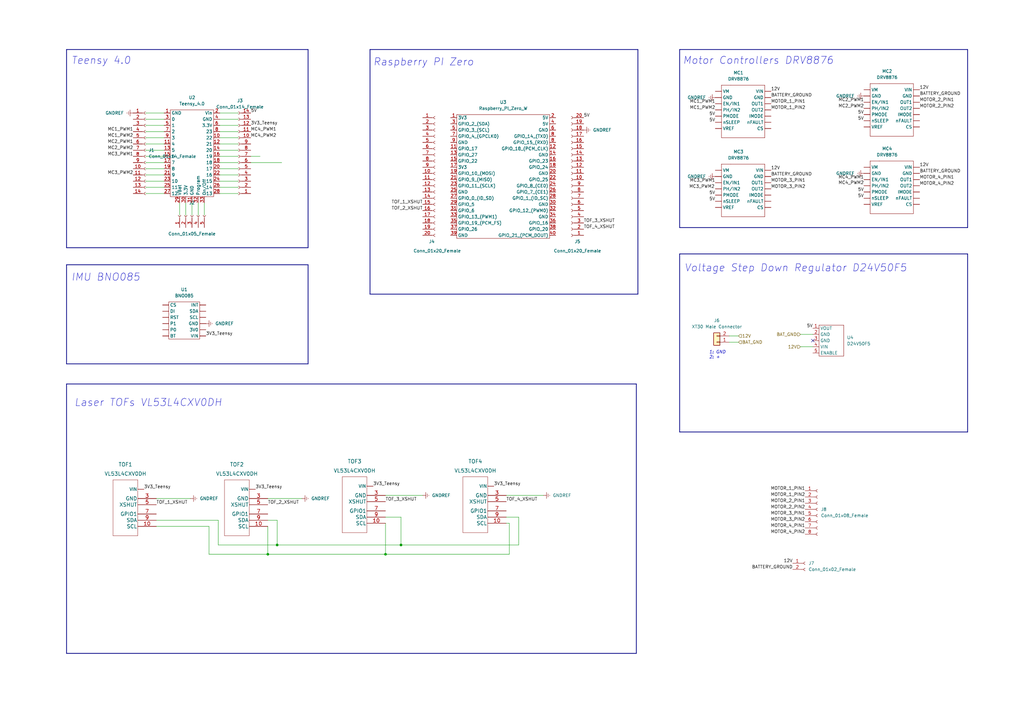
<source format=kicad_sch>
(kicad_sch (version 20211123) (generator eeschema)
  (paper "A3")
  (lib_symbols
    (symbol "Connector:Conn_01x02_Female" (pin_names (offset 1.016) hide)
      (property "Reference" "J" (at 0 2.54 0))
      (property "Value" "Conn_01x02_Female" (at 0 -5.08 0))
      (symbol "Conn_01x02_Female_1_1"
        (arc (start 0 -2.032) (mid -0.508 -2.54) (end 0 -3.048) (stroke (width 0.1524)))
        (polyline (pts (xy -1.27 -2.54) (xy -0.508 -2.54)) (stroke (width 0.1524)))
        (polyline (pts (xy -1.27 0) (xy -0.508 0)) (stroke (width 0.1524)))
        (arc (start 0 0.508) (mid -0.508 0) (end 0 -0.508) (stroke (width 0.1524)))
        (pin passive line (at -5.08 0 0) (length 3.81) (name "Pin_1") (number "1"))
        (pin passive line (at -5.08 -2.54 0) (length 3.81) (name "Pin_2") (number "2"))
      )
    )
    (symbol "Connector:Conn_01x05_Female" (pin_names (offset 1.016) hide)
      (property "Reference" "J" (at 0 7.62 0))
      (property "Value" "Conn_01x05_Female" (at 0 -7.62 0))
      (symbol "Conn_01x05_Female_1_1"
        (arc (start 0 -4.572) (mid -0.508 -5.08) (end 0 -5.588) (stroke (width 0.1524)))
        (arc (start 0 -2.032) (mid -0.508 -2.54) (end 0 -3.048) (stroke (width 0.1524)))
        (polyline (pts (xy -1.27 -5.08) (xy -0.508 -5.08)) (stroke (width 0.1524)))
        (polyline (pts (xy -1.27 -2.54) (xy -0.508 -2.54)) (stroke (width 0.1524)))
        (polyline (pts (xy -1.27 0) (xy -0.508 0)) (stroke (width 0.1524)))
        (polyline (pts (xy -1.27 2.54) (xy -0.508 2.54)) (stroke (width 0.1524)))
        (polyline (pts (xy -1.27 5.08) (xy -0.508 5.08)) (stroke (width 0.1524)))
        (arc (start 0 0.508) (mid -0.508 0) (end 0 -0.508) (stroke (width 0.1524)))
        (arc (start 0 3.048) (mid -0.508 2.54) (end 0 2.032) (stroke (width 0.1524)))
        (arc (start 0 5.588) (mid -0.508 5.08) (end 0 4.572) (stroke (width 0.1524)))
        (pin passive line (at -5.08 5.08 0) (length 3.81) (name "Pin_1") (number "1"))
        (pin passive line (at -5.08 2.54 0) (length 3.81) (name "Pin_2") (number "2"))
        (pin passive line (at -5.08 0 0) (length 3.81) (name "Pin_3") (number "3"))
        (pin passive line (at -5.08 -2.54 0) (length 3.81) (name "Pin_4") (number "4"))
        (pin passive line (at -5.08 -5.08 0) (length 3.81) (name "Pin_5") (number "5"))
      )
    )
    (symbol "Connector:Conn_01x08_Female" (pin_names (offset 1.016) hide)
      (property "Reference" "J" (at 0 10.16 0))
      (property "Value" "Conn_01x08_Female" (at 0 -12.7 0))
      (symbol "Conn_01x08_Female_1_1"
        (arc (start 0 -9.652) (mid -0.508 -10.16) (end 0 -10.668) (stroke (width 0.1524)))
        (arc (start 0 -7.112) (mid -0.508 -7.62) (end 0 -8.128) (stroke (width 0.1524)))
        (arc (start 0 -4.572) (mid -0.508 -5.08) (end 0 -5.588) (stroke (width 0.1524)))
        (arc (start 0 -2.032) (mid -0.508 -2.54) (end 0 -3.048) (stroke (width 0.1524)))
        (polyline (pts (xy -1.27 -10.16) (xy -0.508 -10.16)) (stroke (width 0.1524)))
        (polyline (pts (xy -1.27 -7.62) (xy -0.508 -7.62)) (stroke (width 0.1524)))
        (polyline (pts (xy -1.27 -5.08) (xy -0.508 -5.08)) (stroke (width 0.1524)))
        (polyline (pts (xy -1.27 -2.54) (xy -0.508 -2.54)) (stroke (width 0.1524)))
        (polyline (pts (xy -1.27 0) (xy -0.508 0)) (stroke (width 0.1524)))
        (polyline (pts (xy -1.27 2.54) (xy -0.508 2.54)) (stroke (width 0.1524)))
        (polyline (pts (xy -1.27 5.08) (xy -0.508 5.08)) (stroke (width 0.1524)))
        (polyline (pts (xy -1.27 7.62) (xy -0.508 7.62)) (stroke (width 0.1524)))
        (arc (start 0 0.508) (mid -0.508 0) (end 0 -0.508) (stroke (width 0.1524)))
        (arc (start 0 3.048) (mid -0.508 2.54) (end 0 2.032) (stroke (width 0.1524)))
        (arc (start 0 5.588) (mid -0.508 5.08) (end 0 4.572) (stroke (width 0.1524)))
        (arc (start 0 8.128) (mid -0.508 7.62) (end 0 7.112) (stroke (width 0.1524)))
        (pin passive line (at -5.08 7.62 0) (length 3.81) (name "Pin_1") (number "1"))
        (pin passive line (at -5.08 5.08 0) (length 3.81) (name "Pin_2") (number "2"))
        (pin passive line (at -5.08 2.54 0) (length 3.81) (name "Pin_3") (number "3"))
        (pin passive line (at -5.08 0 0) (length 3.81) (name "Pin_4") (number "4"))
        (pin passive line (at -5.08 -2.54 0) (length 3.81) (name "Pin_5") (number "5"))
        (pin passive line (at -5.08 -5.08 0) (length 3.81) (name "Pin_6") (number "6"))
        (pin passive line (at -5.08 -7.62 0) (length 3.81) (name "Pin_7") (number "7"))
        (pin passive line (at -5.08 -10.16 0) (length 3.81) (name "Pin_8") (number "8"))
      )
    )
    (symbol "Connector:Conn_01x14_Female" (pin_names (offset 1.016) hide)
      (property "Reference" "J" (at 0 17.78 0))
      (property "Value" "Conn_01x14_Female" (at 0 -20.32 0))
      (symbol "Conn_01x14_Female_1_1"
        (arc (start 0 -17.272) (mid -0.508 -17.78) (end 0 -18.288) (stroke (width 0.1524)))
        (arc (start 0 -14.732) (mid -0.508 -15.24) (end 0 -15.748) (stroke (width 0.1524)))
        (arc (start 0 -12.192) (mid -0.508 -12.7) (end 0 -13.208) (stroke (width 0.1524)))
        (arc (start 0 -9.652) (mid -0.508 -10.16) (end 0 -10.668) (stroke (width 0.1524)))
        (arc (start 0 -7.112) (mid -0.508 -7.62) (end 0 -8.128) (stroke (width 0.1524)))
        (arc (start 0 -4.572) (mid -0.508 -5.08) (end 0 -5.588) (stroke (width 0.1524)))
        (arc (start 0 -2.032) (mid -0.508 -2.54) (end 0 -3.048) (stroke (width 0.1524)))
        (polyline (pts (xy -1.27 -17.78) (xy -0.508 -17.78)) (stroke (width 0.1524)))
        (polyline (pts (xy -1.27 -15.24) (xy -0.508 -15.24)) (stroke (width 0.1524)))
        (polyline (pts (xy -1.27 -12.7) (xy -0.508 -12.7)) (stroke (width 0.1524)))
        (polyline (pts (xy -1.27 -10.16) (xy -0.508 -10.16)) (stroke (width 0.1524)))
        (polyline (pts (xy -1.27 -7.62) (xy -0.508 -7.62)) (stroke (width 0.1524)))
        (polyline (pts (xy -1.27 -5.08) (xy -0.508 -5.08)) (stroke (width 0.1524)))
        (polyline (pts (xy -1.27 -2.54) (xy -0.508 -2.54)) (stroke (width 0.1524)))
        (polyline (pts (xy -1.27 0) (xy -0.508 0)) (stroke (width 0.1524)))
        (polyline (pts (xy -1.27 2.54) (xy -0.508 2.54)) (stroke (width 0.1524)))
        (polyline (pts (xy -1.27 5.08) (xy -0.508 5.08)) (stroke (width 0.1524)))
        (polyline (pts (xy -1.27 7.62) (xy -0.508 7.62)) (stroke (width 0.1524)))
        (polyline (pts (xy -1.27 10.16) (xy -0.508 10.16)) (stroke (width 0.1524)))
        (polyline (pts (xy -1.27 12.7) (xy -0.508 12.7)) (stroke (width 0.1524)))
        (polyline (pts (xy -1.27 15.24) (xy -0.508 15.24)) (stroke (width 0.1524)))
        (arc (start 0 0.508) (mid -0.508 0) (end 0 -0.508) (stroke (width 0.1524)))
        (arc (start 0 3.048) (mid -0.508 2.54) (end 0 2.032) (stroke (width 0.1524)))
        (arc (start 0 5.588) (mid -0.508 5.08) (end 0 4.572) (stroke (width 0.1524)))
        (arc (start 0 8.128) (mid -0.508 7.62) (end 0 7.112) (stroke (width 0.1524)))
        (arc (start 0 10.668) (mid -0.508 10.16) (end 0 9.652) (stroke (width 0.1524)))
        (arc (start 0 13.208) (mid -0.508 12.7) (end 0 12.192) (stroke (width 0.1524)))
        (arc (start 0 15.748) (mid -0.508 15.24) (end 0 14.732) (stroke (width 0.1524)))
        (pin passive line (at -5.08 15.24 0) (length 3.81) (name "Pin_1") (number "1"))
        (pin passive line (at -5.08 -7.62 0) (length 3.81) (name "Pin_10") (number "10"))
        (pin passive line (at -5.08 -10.16 0) (length 3.81) (name "Pin_11") (number "11"))
        (pin passive line (at -5.08 -12.7 0) (length 3.81) (name "Pin_12") (number "12"))
        (pin passive line (at -5.08 -15.24 0) (length 3.81) (name "Pin_13") (number "13"))
        (pin passive line (at -5.08 -17.78 0) (length 3.81) (name "Pin_14") (number "14"))
        (pin passive line (at -5.08 12.7 0) (length 3.81) (name "Pin_2") (number "2"))
        (pin passive line (at -5.08 10.16 0) (length 3.81) (name "Pin_3") (number "3"))
        (pin passive line (at -5.08 7.62 0) (length 3.81) (name "Pin_4") (number "4"))
        (pin passive line (at -5.08 5.08 0) (length 3.81) (name "Pin_5") (number "5"))
        (pin passive line (at -5.08 2.54 0) (length 3.81) (name "Pin_6") (number "6"))
        (pin passive line (at -5.08 0 0) (length 3.81) (name "Pin_7") (number "7"))
        (pin passive line (at -5.08 -2.54 0) (length 3.81) (name "Pin_8") (number "8"))
        (pin passive line (at -5.08 -5.08 0) (length 3.81) (name "Pin_9") (number "9"))
      )
    )
    (symbol "Connector:Conn_01x20_Female" (pin_names (offset 1.016) hide)
      (property "Reference" "J" (at 0 25.4 0))
      (property "Value" "Conn_01x20_Female" (at 0 -27.94 0))
      (symbol "Conn_01x20_Female_1_1"
        (arc (start 0 -24.892) (mid -0.508 -25.4) (end 0 -25.908) (stroke (width 0.1524)))
        (arc (start 0 -22.352) (mid -0.508 -22.86) (end 0 -23.368) (stroke (width 0.1524)))
        (arc (start 0 -19.812) (mid -0.508 -20.32) (end 0 -20.828) (stroke (width 0.1524)))
        (arc (start 0 -17.272) (mid -0.508 -17.78) (end 0 -18.288) (stroke (width 0.1524)))
        (arc (start 0 -14.732) (mid -0.508 -15.24) (end 0 -15.748) (stroke (width 0.1524)))
        (arc (start 0 -12.192) (mid -0.508 -12.7) (end 0 -13.208) (stroke (width 0.1524)))
        (arc (start 0 -9.652) (mid -0.508 -10.16) (end 0 -10.668) (stroke (width 0.1524)))
        (arc (start 0 -7.112) (mid -0.508 -7.62) (end 0 -8.128) (stroke (width 0.1524)))
        (arc (start 0 -4.572) (mid -0.508 -5.08) (end 0 -5.588) (stroke (width 0.1524)))
        (arc (start 0 -2.032) (mid -0.508 -2.54) (end 0 -3.048) (stroke (width 0.1524)))
        (polyline (pts (xy -1.27 -25.4) (xy -0.508 -25.4)) (stroke (width 0.1524)))
        (polyline (pts (xy -1.27 -22.86) (xy -0.508 -22.86)) (stroke (width 0.1524)))
        (polyline (pts (xy -1.27 -20.32) (xy -0.508 -20.32)) (stroke (width 0.1524)))
        (polyline (pts (xy -1.27 -17.78) (xy -0.508 -17.78)) (stroke (width 0.1524)))
        (polyline (pts (xy -1.27 -15.24) (xy -0.508 -15.24)) (stroke (width 0.1524)))
        (polyline (pts (xy -1.27 -12.7) (xy -0.508 -12.7)) (stroke (width 0.1524)))
        (polyline (pts (xy -1.27 -10.16) (xy -0.508 -10.16)) (stroke (width 0.1524)))
        (polyline (pts (xy -1.27 -7.62) (xy -0.508 -7.62)) (stroke (width 0.1524)))
        (polyline (pts (xy -1.27 -5.08) (xy -0.508 -5.08)) (stroke (width 0.1524)))
        (polyline (pts (xy -1.27 -2.54) (xy -0.508 -2.54)) (stroke (width 0.1524)))
        (polyline (pts (xy -1.27 0) (xy -0.508 0)) (stroke (width 0.1524)))
        (polyline (pts (xy -1.27 2.54) (xy -0.508 2.54)) (stroke (width 0.1524)))
        (polyline (pts (xy -1.27 5.08) (xy -0.508 5.08)) (stroke (width 0.1524)))
        (polyline (pts (xy -1.27 7.62) (xy -0.508 7.62)) (stroke (width 0.1524)))
        (polyline (pts (xy -1.27 10.16) (xy -0.508 10.16)) (stroke (width 0.1524)))
        (polyline (pts (xy -1.27 12.7) (xy -0.508 12.7)) (stroke (width 0.1524)))
        (polyline (pts (xy -1.27 15.24) (xy -0.508 15.24)) (stroke (width 0.1524)))
        (polyline (pts (xy -1.27 17.78) (xy -0.508 17.78)) (stroke (width 0.1524)))
        (polyline (pts (xy -1.27 20.32) (xy -0.508 20.32)) (stroke (width 0.1524)))
        (polyline (pts (xy -1.27 22.86) (xy -0.508 22.86)) (stroke (width 0.1524)))
        (arc (start 0 0.508) (mid -0.508 0) (end 0 -0.508) (stroke (width 0.1524)))
        (arc (start 0 3.048) (mid -0.508 2.54) (end 0 2.032) (stroke (width 0.1524)))
        (arc (start 0 5.588) (mid -0.508 5.08) (end 0 4.572) (stroke (width 0.1524)))
        (arc (start 0 8.128) (mid -0.508 7.62) (end 0 7.112) (stroke (width 0.1524)))
        (arc (start 0 10.668) (mid -0.508 10.16) (end 0 9.652) (stroke (width 0.1524)))
        (arc (start 0 13.208) (mid -0.508 12.7) (end 0 12.192) (stroke (width 0.1524)))
        (arc (start 0 15.748) (mid -0.508 15.24) (end 0 14.732) (stroke (width 0.1524)))
        (arc (start 0 18.288) (mid -0.508 17.78) (end 0 17.272) (stroke (width 0.1524)))
        (arc (start 0 20.828) (mid -0.508 20.32) (end 0 19.812) (stroke (width 0.1524)))
        (arc (start 0 23.368) (mid -0.508 22.86) (end 0 22.352) (stroke (width 0.1524)))
        (pin passive line (at -5.08 22.86 0) (length 3.81) (name "Pin_1") (number "1"))
        (pin passive line (at -5.08 0 0) (length 3.81) (name "Pin_10") (number "10"))
        (pin passive line (at -5.08 -2.54 0) (length 3.81) (name "Pin_11") (number "11"))
        (pin passive line (at -5.08 -5.08 0) (length 3.81) (name "Pin_12") (number "12"))
        (pin passive line (at -5.08 -7.62 0) (length 3.81) (name "Pin_13") (number "13"))
        (pin passive line (at -5.08 -10.16 0) (length 3.81) (name "Pin_14") (number "14"))
        (pin passive line (at -5.08 -12.7 0) (length 3.81) (name "Pin_15") (number "15"))
        (pin passive line (at -5.08 -15.24 0) (length 3.81) (name "Pin_16") (number "16"))
        (pin passive line (at -5.08 -17.78 0) (length 3.81) (name "Pin_17") (number "17"))
        (pin passive line (at -5.08 -20.32 0) (length 3.81) (name "Pin_18") (number "18"))
        (pin passive line (at -5.08 -22.86 0) (length 3.81) (name "Pin_19") (number "19"))
        (pin passive line (at -5.08 20.32 0) (length 3.81) (name "Pin_2") (number "2"))
        (pin passive line (at -5.08 -25.4 0) (length 3.81) (name "Pin_20") (number "20"))
        (pin passive line (at -5.08 17.78 0) (length 3.81) (name "Pin_3") (number "3"))
        (pin passive line (at -5.08 15.24 0) (length 3.81) (name "Pin_4") (number "4"))
        (pin passive line (at -5.08 12.7 0) (length 3.81) (name "Pin_5") (number "5"))
        (pin passive line (at -5.08 10.16 0) (length 3.81) (name "Pin_6") (number "6"))
        (pin passive line (at -5.08 7.62 0) (length 3.81) (name "Pin_7") (number "7"))
        (pin passive line (at -5.08 5.08 0) (length 3.81) (name "Pin_8") (number "8"))
        (pin passive line (at -5.08 2.54 0) (length 3.81) (name "Pin_9") (number "9"))
      )
    )
    (symbol "Connector_Generic:Conn_01x02" (pin_names (offset 1.016) hide)
      (property "Reference" "J" (at 0 2.54 0))
      (property "Value" "Conn_01x02" (at 0 -5.08 0))
      (symbol "Conn_01x02_1_1"
        (rectangle (start -1.27 -2.413) (end 0 -2.667) (stroke (width 0.1524)))
        (rectangle (start -1.27 0.127) (end 0 -0.127) (stroke (width 0.1524)))
        (rectangle (start -1.27 1.27) (end 1.27 -3.81) (stroke (width 0.254)) (fill (type background)))
        (pin passive line (at -5.08 0 0) (length 3.81) (name "Pin_1") (number "1"))
        (pin passive line (at -5.08 -2.54 0) (length 3.81) (name "Pin_2") (number "2"))
      )
    )
    (symbol "board1_libs:BNO085"
      (property "Reference" "U" (at 0 2.54 0))
      (property "Value" "BNO085" (at 0 0 0))
      (symbol "BNO085_0_1"
        (rectangle (start -6.35 -1.27) (end 6.35 -16.51))
      )
      (symbol "BNO085_1_1"
        (pin input line (at 8.89 -12.7 180) (length 2.54) (name "3V0") (number ""))
        (pin input line (at -8.89 -15.24 0) (length 2.54) (name "BT") (number ""))
        (pin input line (at -8.89 -2.54 0) (length 2.54) (name "CS") (number ""))
        (pin input line (at -8.89 -5.08 0) (length 2.54) (name "DI") (number ""))
        (pin input line (at 8.89 -10.16 180) (length 2.54) (name "GND") (number ""))
        (pin input line (at 8.89 -2.54 180) (length 2.54) (name "INT") (number ""))
        (pin input line (at -8.89 -12.7 0) (length 2.54) (name "P0") (number ""))
        (pin input line (at -8.89 -10.16 0) (length 2.54) (name "P1") (number ""))
        (pin input line (at -8.89 -7.62 0) (length 2.54) (name "RST") (number ""))
        (pin bidirectional line (at 8.89 -7.62 180) (length 2.54) (name "SCL") (number ""))
        (pin bidirectional line (at 8.89 -5.08 180) (length 2.54) (name "SDA") (number ""))
        (pin input line (at 8.89 -15.24 180) (length 2.54) (name "VIN") (number ""))
      )
    )
    (symbol "board1_libs:D24V50F5"
      (property "Reference" "U" (at 0 2.54 0))
      (property "Value" "D24V50F5" (at 0 5.08 0))
      (symbol "D24V50F5_0_1"
        (rectangle (start -5.08 1.27) (end 5.08 -11.43))
      )
      (symbol "D24V50F5_1_1"
        (pin output line (at -7.62 0 0) (length 2.54) (name "VOUT") (number "1"))
        (pin output line (at -7.62 -2.54 0) (length 2.54) (name "GND") (number "2"))
        (pin output line (at -7.62 -5.08 0) (length 2.54) (name "GND") (number "3"))
        (pin input line (at -7.62 -7.62 0) (length 2.54) (name "VIN") (number "4"))
        (pin input line (at -7.62 -10.16 0) (length 2.54) (name "ENABLE") (number "5"))
      )
    )
    (symbol "board1_libs:DRV8876"
      (property "Reference" "U" (at -6.35 -3.81 0))
      (property "Value" "DRV8876" (at -6.35 -6.35 0))
      (symbol "DRV8876_0_1"
        (rectangle (start -19.05 -16.51) (end -19.05 -16.51))
        (rectangle (start -15.24 -8.89) (end -15.24 -8.89))
        (rectangle (start -15.24 -8.89) (end 2.54 -30.48))
        (rectangle (start -11.43 -17.78) (end -11.43 -17.78))
        (rectangle (start -11.43 -8.89) (end -11.43 -8.89))
      )
      (symbol "DRV8876_1_1"
        (pin input line (at 5.08 -26.67 180) (length 2.54) (name "CS") (number ""))
        (pin input line (at -17.78 -16.51 0) (length 2.54) (name "EN/IN1") (number ""))
        (pin power_out line (at -17.78 -13.97 0) (length 2.54) (name "GND") (number ""))
        (pin power_out line (at 5.08 -13.97 180) (length 2.54) (name "GND") (number ""))
        (pin input line (at 5.08 -21.59 180) (length 2.54) (name "IMODE") (number ""))
        (pin open_emitter line (at 5.08 -24.13 180) (length 2.54) (name "nFAULT") (number ""))
        (pin input line (at -17.78 -24.13 0) (length 2.54) (name "nSLEEP") (number ""))
        (pin output line (at 5.08 -16.51 180) (length 2.54) (name "OUT1") (number ""))
        (pin output line (at 5.08 -19.05 180) (length 2.54) (name "OUT2") (number ""))
        (pin input line (at -17.78 -19.05 0) (length 2.54) (name "PH/IN2") (number ""))
        (pin input line (at -17.78 -21.59 0) (length 2.54) (name "PMODE") (number ""))
        (pin power_in line (at 5.08 -11.43 180) (length 2.54) (name "VIN") (number ""))
        (pin power_in line (at -17.78 -11.43 0) (length 2.54) (name "VM") (number ""))
        (pin input line (at -17.78 -26.67 0) (length 2.54) (name "VREF") (number ""))
      )
    )
    (symbol "board1_libs:Raspberry_PI_Zero_W"
      (property "Reference" "U" (at 0 0 0))
      (property "Value" "Raspberry_PI_Zero_W" (at 0 1.27 0))
      (symbol "Raspberry_PI_Zero_W_0_1"
        (rectangle (start -19.05 -1.27) (end 19.05 -52.07))
      )
      (symbol "Raspberry_PI_Zero_W_1_1"
        (pin input line (at -21.59 -2.54 0) (length 2.54) (name "3V3") (number "1"))
        (pin input line (at -21.59 -15.24 0) (length 2.54) (name "GPIO_17") (number "11"))
        (pin input line (at 21.59 -15.24 180) (length 2.54) (name "GPIO_18_(PCM_CLK)") (number "12"))
        (pin input line (at -21.59 -17.78 0) (length 2.54) (name "GPIO_27") (number "13"))
        (pin input line (at 21.59 -17.78 180) (length 2.54) (name "GND") (number "14"))
        (pin input line (at -21.59 -20.32 0) (length 2.54) (name "GPIO_22") (number "15"))
        (pin input line (at 21.59 -20.32 180) (length 2.54) (name "GPIO_23") (number "16"))
        (pin input line (at -21.59 -22.86 0) (length 2.54) (name "3V3") (number "17"))
        (pin input line (at 21.59 -22.86 180) (length 2.54) (name "GPIO_24") (number "18"))
        (pin input line (at -21.59 -25.4 0) (length 2.54) (name "GPIO_10_(MOSI)") (number "19"))
        (pin input line (at 21.59 -2.54 180) (length 2.54) (name "5V") (number "2"))
        (pin input line (at 21.59 -25.4 180) (length 2.54) (name "GND") (number "20"))
        (pin input line (at -21.59 -27.94 0) (length 2.54) (name "GPIO_9_(MISO)") (number "21"))
        (pin input line (at 21.59 -27.94 180) (length 2.54) (name "GPIO_25") (number "22"))
        (pin input line (at -21.59 -30.48 0) (length 2.54) (name "GPIO_11_(SCLK)") (number "23"))
        (pin input line (at 21.59 -30.48 180) (length 2.54) (name "GPIO_8_(CE0)") (number "24"))
        (pin input line (at -21.59 -33.02 0) (length 2.54) (name "GND") (number "25"))
        (pin input line (at 21.59 -33.02 180) (length 2.54) (name "GPIO_7_(CE1)") (number "26"))
        (pin input line (at -21.59 -35.56 0) (length 2.54) (name "GPIO_0_(ID_SD)") (number "27"))
        (pin input line (at 21.59 -35.56 180) (length 2.54) (name "GPIO_1_(ID_SC)") (number "28"))
        (pin input line (at -21.59 -38.1 0) (length 2.54) (name "GPIO_5") (number "29"))
        (pin input line (at -21.59 -5.08 0) (length 2.54) (name "GPIO_2_(SDA)") (number "3"))
        (pin input line (at 21.59 -38.1 180) (length 2.54) (name "GND") (number "30"))
        (pin input line (at -21.59 -40.64 0) (length 2.54) (name "GPIO_6") (number "31"))
        (pin input line (at 21.59 -40.64 180) (length 2.54) (name "GPIO_12_(PWM0)") (number "32"))
        (pin input line (at -21.59 -43.18 0) (length 2.54) (name "GPIO_13_(PWM1)") (number "33"))
        (pin input line (at 21.59 -43.18 180) (length 2.54) (name "GND") (number "34"))
        (pin input line (at -21.59 -45.72 0) (length 2.54) (name "GPIO_19_(PCM_FS)") (number "35"))
        (pin input line (at 21.59 -45.72 180) (length 2.54) (name "GPIO_16") (number "36"))
        (pin input line (at -21.59 -48.26 0) (length 2.54) (name "GPIO_26") (number "37"))
        (pin input line (at 21.59 -48.26 180) (length 2.54) (name "GPIO_20") (number "38"))
        (pin input line (at -21.59 -50.8 0) (length 2.54) (name "GND") (number "39"))
        (pin input line (at 21.59 -5.08 180) (length 2.54) (name "5V") (number "4"))
        (pin input line (at 21.59 -50.8 180) (length 2.54) (name "GPIO_21_(PCM_DOUT)") (number "40"))
        (pin input line (at -21.59 -7.62 0) (length 2.54) (name "GPIO_3_(SCL)") (number "5"))
        (pin input line (at 21.59 -7.62 180) (length 2.54) (name "GND") (number "6"))
        (pin input line (at -21.59 -10.16 0) (length 2.54) (name "GPIO_4_(GPCLK0)") (number "7"))
        (pin input line (at 21.59 -10.16 180) (length 2.54) (name "GPIO_14_(TXD)") (number "8"))
        (pin input line (at 21.59 -12.7 180) (length 2.54) (name "GPIO_15_(RXD)") (number "8"))
        (pin input line (at -21.59 -12.7 0) (length 2.54) (name "GND") (number "9"))
      )
    )
    (symbol "board1_libs:Teensy_4.0"
      (property "Reference" "U" (at 0 0 0))
      (property "Value" "Teensy_4.0" (at 0 -1.27 0))
      (symbol "Teensy_4.0_0_1"
        (rectangle (start -8.89 -2.54) (end 8.89 -38.1))
      )
      (symbol "Teensy_4.0_1_0"
        (pin input line (at 11.43 -6.35 180) (length 2.54) (name "GND") (number "4"))
      )
      (symbol "Teensy_4.0_1_1"
        (pin input line (at -11.43 -3.81 0) (length 2.54) (name "GND") (number "1"))
        (pin input line (at 11.43 -13.97 180) (length 2.54) (name "22") (number "10"))
        (pin input line (at -11.43 -16.51 0) (length 2.54) (name "4") (number "11"))
        (pin input line (at 11.43 -16.51 180) (length 2.54) (name "21") (number "12"))
        (pin input line (at -11.43 -19.05 0) (length 2.54) (name "5") (number "13"))
        (pin input line (at 11.43 -19.05 180) (length 2.54) (name "20") (number "14"))
        (pin input line (at -11.43 -21.59 0) (length 2.54) (name "6") (number "15"))
        (pin input line (at 11.43 -21.59 180) (length 2.54) (name "19") (number "16"))
        (pin input line (at -11.43 -24.13 0) (length 2.54) (name "7") (number "17"))
        (pin input line (at 11.43 -24.13 180) (length 2.54) (name "18") (number "18"))
        (pin input line (at -11.43 -26.67 0) (length 2.54) (name "8") (number "19"))
        (pin input line (at 11.43 -3.81 180) (length 2.54) (name "Vin") (number "2"))
        (pin input line (at 11.43 -26.67 180) (length 2.54) (name "17") (number "20"))
        (pin input line (at -11.43 -29.21 0) (length 2.54) (name "9") (number "21"))
        (pin input line (at 11.43 -29.21 180) (length 2.54) (name "16") (number "22"))
        (pin input line (at -11.43 -31.75 0) (length 2.54) (name "10") (number "23"))
        (pin input line (at 11.43 -31.75 180) (length 2.54) (name "15") (number "24"))
        (pin input line (at -11.43 -34.29 0) (length 2.54) (name "11") (number "25"))
        (pin input line (at 11.43 -34.29 180) (length 2.54) (name "14") (number "26"))
        (pin input line (at -11.43 -36.83 0) (length 2.54) (name "12") (number "27"))
        (pin input line (at 11.43 -36.83 180) (length 2.54) (name "13") (number "28"))
        (pin input line (at -5.08 -40.64 90) (length 2.54) (name "VBat") (number "29"))
        (pin input line (at -11.43 -6.35 0) (length 2.54) (name "0") (number "3"))
        (pin input line (at -2.54 -40.64 90) (length 2.54) (name "3.3V") (number "30"))
        (pin input line (at 0 -40.64 90) (length 2.54) (name "GND") (number "31"))
        (pin input line (at 2.54 -40.64 90) (length 2.54) (name "Program") (number "32"))
        (pin input line (at 5.08 -40.64 90) (length 2.54) (name "On/Off") (number "33"))
        (pin input line (at -11.43 -8.89 0) (length 2.54) (name "1") (number "5"))
        (pin input line (at 11.43 -8.89 180) (length 2.54) (name "3.3V") (number "6"))
        (pin input line (at -11.43 -11.43 0) (length 2.54) (name "2") (number "7"))
        (pin input line (at 11.43 -11.43 180) (length 2.54) (name "23") (number "8"))
        (pin input line (at -11.43 -13.97 0) (length 2.54) (name "3") (number "9"))
      )
    )
    (symbol "board1_libs:VL53L4CXV0DH{slash}1" (pin_names (offset 0.254))
      (property "Reference" "U?" (at 39.37 12.7 0))
      (property "Value" "VL53L4CXV0DH/1" (at 40.64 10.16 0))
      (symbol "VL53L4CXV0DH{slash}1_1_1"
        (polyline (pts (xy 33.02 -17.78) (xy 43.18 -17.78)) (stroke (width 0.127)))
        (polyline (pts (xy 33.02 5.08) (xy 33.02 -17.78)) (stroke (width 0.127)))
        (polyline (pts (xy 43.18 -17.78) (xy 43.18 5.08)) (stroke (width 0.127)))
        (polyline (pts (xy 43.18 5.08) (xy 33.02 5.08)) (stroke (width 0.127)))
        (pin input line (at 45.72 1.27 180) (length 2.54) (name "VIN") (number ""))
        (pin unspecified line (at 50.8 -13.97 180) (length 7.62) (name "SCL") (number "10"))
        (pin power_in line (at 50.8 -2.54 180) (length 7.62) (name "GND") (number "3"))
        (pin unspecified line (at 50.8 -5.08 180) (length 7.62) (name "XSHUT") (number "5"))
        (pin unspecified line (at 50.8 -8.89 180) (length 7.62) (name "GPIO1") (number "7"))
        (pin unspecified line (at 50.8 -11.43 180) (length 7.62) (name "SDA") (number "9"))
      )
    )
    (symbol "power:GNDREF" (power) (pin_names (offset 0))
      (property "Value" "GNDREF" (at 0 -3.81 0))
      (symbol "GNDREF_0_1"
        (polyline (pts (xy -0.635 -1.905) (xy 0.635 -1.905)))
        (polyline (pts (xy -0.127 -2.54) (xy 0.127 -2.54)))
        (polyline (pts (xy 0 -1.27) (xy 0 0)))
        (polyline (pts (xy 1.27 -1.27) (xy -1.27 -1.27)))
      )
      (symbol "GNDREF_1_1"
        (pin power_in line (at 0 0 270) (length 0) hide (name "GNDREF") (number "1"))
      )
    )
  )
  (junction (at 164.465 223.52))
  (junction (at 109.855 227.33))
  (junction (at 113.665 223.52))
  (junction (at 158.115 227.33))
  (no_connect (at 333.375 139.7))
  (wire (pts (xy 164.465 223.52) (xy 164.465 212.09)))
  (wire (pts (xy 109.855 227.33) (xy 158.115 227.33)))
  (bus (pts (xy 278.765 20.32) (xy 278.765 93.345)))
  (wire (pts (xy 158.115 227.33) (xy 208.915 227.33)))
  (wire (pts (xy 102.87 64.135) (xy 106.68 64.135)))
  (bus (pts (xy 126.365 149.225) (xy 27.305 149.225)))
  (wire (pts (xy 64.135 213.36) (xy 89.535 213.36)))
  (wire (pts (xy 78.74 83.185) (xy 78.74 88.265)))
  (bus (pts (xy 126.365 101.6) (xy 27.305 101.6)))
  (wire (pts (xy 90.17 69.215) (xy 97.79 69.215)))
  (bus (pts (xy 278.765 104.14) (xy 278.765 177.165)))
  (wire (pts (xy 59.69 69.215) (xy 67.31 69.215)))
  (wire (pts (xy 158.115 227.33) (xy 158.115 214.63)))
  (wire (pts (xy 59.69 76.835) (xy 67.31 76.835)))
  (wire (pts (xy 89.535 223.52) (xy 113.665 223.52)))
  (bus (pts (xy 27.305 20.32) (xy 126.365 20.32)))
  (wire (pts (xy 59.69 74.295) (xy 67.31 74.295)))
  (wire (pts (xy 90.17 74.295) (xy 97.79 74.295)))
  (wire (pts (xy 90.17 53.975) (xy 97.79 53.975)))
  (bus (pts (xy 396.875 177.165) (xy 278.765 177.165)))
  (wire (pts (xy 90.17 66.675) (xy 97.79 66.675)))
  (wire (pts (xy 113.665 213.36) (xy 109.855 213.36)))
  (wire (pts (xy 90.17 51.435) (xy 97.79 51.435)))
  (bus (pts (xy 260.985 157.48) (xy 260.985 267.97)))
  (bus (pts (xy 278.765 104.14) (xy 396.875 104.14)))
  (wire (pts (xy 59.69 46.355) (xy 67.31 46.355)))
  (wire (pts (xy 85.725 215.9) (xy 85.725 227.33)))
  (wire (pts (xy 207.645 212.09) (xy 212.725 212.09)))
  (bus (pts (xy 151.765 120.65) (xy 151.765 20.32)))
  (bus (pts (xy 151.765 20.32) (xy 261.62 20.32)))
  (bus (pts (xy 261.62 120.65) (xy 151.765 120.65)))
  (wire (pts (xy 90.17 46.355) (xy 97.79 46.355)))
  (wire (pts (xy 64.135 204.47) (xy 78.105 204.47)))
  (wire (pts (xy 59.69 56.515) (xy 67.31 56.515)))
  (wire (pts (xy 90.17 59.055) (xy 97.79 59.055)))
  (wire (pts (xy 299.085 137.795) (xy 302.895 137.795)))
  (bus (pts (xy 27.305 108.585) (xy 27.305 149.225)))
  (wire (pts (xy 59.69 64.135) (xy 67.31 64.135)))
  (bus (pts (xy 260.985 267.97) (xy 27.305 267.97)))
  (wire (pts (xy 102.87 66.675) (xy 115.57 66.675)))
  (wire (pts (xy 328.295 137.16) (xy 333.375 137.16)))
  (wire (pts (xy 158.115 203.2) (xy 173.355 203.2)))
  (bus (pts (xy 396.875 20.32) (xy 396.875 93.345)))
  (wire (pts (xy 328.295 142.24) (xy 333.375 142.24)))
  (wire (pts (xy 208.915 227.33) (xy 208.915 214.63)))
  (wire (pts (xy 59.69 66.675) (xy 67.31 66.675)))
  (bus (pts (xy 396.875 104.14) (xy 396.875 177.165)))
  (wire (pts (xy 164.465 223.52) (xy 212.725 223.52)))
  (wire (pts (xy 90.17 76.835) (xy 97.79 76.835)))
  (wire (pts (xy 109.855 227.33) (xy 109.855 215.9)))
  (bus (pts (xy 126.365 20.32) (xy 126.365 101.6)))
  (bus (pts (xy 27.305 157.48) (xy 260.985 157.48)))
  (wire (pts (xy 90.17 48.895) (xy 97.79 48.895)))
  (wire (pts (xy 212.725 223.52) (xy 212.725 212.09)))
  (wire (pts (xy 89.535 213.36) (xy 89.535 223.52)))
  (wire (pts (xy 59.69 71.755) (xy 67.31 71.755)))
  (bus (pts (xy 261.62 20.32) (xy 261.62 120.65)))
  (wire (pts (xy 208.915 214.63) (xy 207.645 214.63)))
  (wire (pts (xy 59.69 53.975) (xy 67.31 53.975)))
  (wire (pts (xy 59.69 79.375) (xy 67.31 79.375)))
  (wire (pts (xy 59.69 61.595) (xy 67.31 61.595)))
  (bus (pts (xy 396.875 20.32) (xy 278.765 20.32)))
  (wire (pts (xy 90.17 56.515) (xy 97.79 56.515)))
  (bus (pts (xy 27.305 108.585) (xy 126.365 108.585)))
  (wire (pts (xy 76.2 83.185) (xy 76.2 88.265)))
  (wire (pts (xy 73.66 83.185) (xy 73.66 88.265)))
  (bus (pts (xy 27.305 157.48) (xy 27.305 267.97)))
  (wire (pts (xy 90.17 61.595) (xy 97.79 61.595)))
  (wire (pts (xy 299.085 140.335) (xy 302.895 140.335)))
  (bus (pts (xy 27.305 101.6) (xy 27.305 20.32)))
  (wire (pts (xy 113.665 223.52) (xy 164.465 223.52)))
  (wire (pts (xy 59.69 48.895) (xy 67.31 48.895)))
  (wire (pts (xy 109.855 204.47) (xy 123.825 204.47)))
  (bus (pts (xy 126.365 108.585) (xy 126.365 149.225)))
  (wire (pts (xy 85.725 227.33) (xy 109.855 227.33)))
  (wire (pts (xy 59.69 51.435) (xy 67.31 51.435)))
  (wire (pts (xy 64.135 215.9) (xy 85.725 215.9)))
  (wire (pts (xy 113.665 223.52) (xy 113.665 213.36)))
  (wire (pts (xy 164.465 212.09) (xy 158.115 212.09)))
  (wire (pts (xy 207.645 203.2) (xy 222.885 203.2)))
  (wire (pts (xy 90.17 79.375) (xy 97.79 79.375)))
  (bus (pts (xy 278.765 93.345) (xy 396.875 93.345)))
  (wire (pts (xy 90.17 64.135) (xy 97.79 64.135)))
  (wire (pts (xy 83.82 83.185) (xy 83.82 88.265)))
  (wire (pts (xy 90.17 71.755) (xy 97.79 71.755)))
  (wire (pts (xy 59.69 59.055) (xy 67.31 59.055)))
  (wire (pts (xy 81.28 83.185) (xy 81.28 88.265)))
  (text "Laser TOFs VL53L4CXV0DH" (at 30.48 167.005 0) (effects (font (size 3 3) italic) (justify left bottom)))
  (text "Teensy 4.0" (at 29.21 26.67 0) (effects (font (size 3 3) italic) (justify left bottom)))
  (text "1: GND\n2: +" (at 290.83 147.32 0) (effects (font (size 1.27 1.27) italic) (justify left bottom)))
  (text "Motor Controllers DRV8876" (at 280.035 26.67 0) (effects (font (size 3 3) italic) (justify left bottom)))
  (text "Raspberry PI Zero" (at 153.035 27.305 0) (effects (font (size 3 3) italic) (justify left bottom)))
  (text "IMU BNO085\n" (at 29.21 115.57 0) (effects (font (size 3 3) italic) (justify left bottom)))
  (text "Voltage Step Down Regulator D24V50F5" (at 280.67 111.76 0) (effects (font (size 3 3) italic) (justify left bottom)))
  (label "BATTERY_GROUND" (at 377.19 39.37 0))
  (label "MOTOR_1_PIN1" (at 316.23 42.545 0))
  (label "MC2_PWM1" (at 354.33 41.91 180))
  (label "12V" (at 316.23 37.465 0))
  (label "5V" (at 293.37 47.625 180))
  (label "TOF_1_XSHUT" (at 173.355 83.82 180))
  (label "12V" (at 316.23 69.85 0))
  (label "TOF_4_XSHUT" (at 239.395 93.98 0))
  (label "3V3_Teensy" (at 59.055 200.66 0))
  (label "MOTOR_4_PIN2" (at 330.2 219.075 180))
  (label "3V3_Teensy" (at 153.035 199.39 0))
  (label "MOTOR_2_PIN2" (at 330.2 208.915 180))
  (label "BATTERY_GROUND" (at 316.23 40.005 0))
  (label "MC3_PWM1" (at 293.37 74.93 180))
  (label "MOTOR_3_PIN2" (at 316.23 77.47 0))
  (label "3V3_Teensy" (at 104.775 200.66 0))
  (label "MOTOR_2_PIN1" (at 330.2 206.375 180))
  (label "5V" (at 293.37 82.55 180))
  (label "MOTOR_1_PIN2" (at 330.2 203.835 180))
  (label "5V" (at 354.33 78.74 180))
  (label "3V3_Teensy" (at 84.455 137.795 0))
  (label "5V" (at 354.33 46.99 180))
  (label "12V" (at 325.12 231.013 180))
  (label "BATTERY_GROUND" (at 377.19 71.12 0))
  (label "5V" (at 239.395 48.26 0))
  (label "3V3_Teensy" (at 202.565 199.39 0))
  (label "MOTOR_3_PIN1" (at 330.2 211.455 180))
  (label "5V" (at 354.33 81.28 180))
  (label "5V" (at 102.87 46.355 0))
  (label "MC4_PWM2" (at 102.87 56.515 0))
  (label "12V" (at 377.19 68.58 0))
  (label "5V" (at 333.375 134.62 180))
  (label "MOTOR_4_PIN1" (at 330.2 216.535 180))
  (label "MC1_PWM1" (at 54.61 53.975 180))
  (label "TOF_2_XSHUT" (at 173.355 86.36 180))
  (label "MC2_PWM1" (at 54.61 59.055 180))
  (label "TOF_1_XSHUT" (at 64.135 207.01 0))
  (label "5V" (at 293.37 50.165 180))
  (label "MC4_PWM1" (at 354.33 73.66 180))
  (label "12V" (at 377.19 36.83 0))
  (label "MOTOR_2_PIN1" (at 377.19 41.91 0))
  (label "MC2_PWM2" (at 54.61 61.595 180))
  (label "BATTERY_GROUND" (at 325.12 233.553 180))
  (label "MC1_PWM2" (at 293.37 45.085 180))
  (label "MOTOR_1_PIN1" (at 330.2 201.295 180))
  (label "MC3_PWM2" (at 293.116 77.47 180))
  (label "MC4_PWM2" (at 354.33 75.946 180))
  (label "MOTOR_4_PIN1" (at 377.19 73.66 0))
  (label "BATTERY_GROUND" (at 316.23 72.39 0))
  (label "MC3_PWM2" (at 54.61 71.755 180))
  (label "MC4_PWM1" (at 102.87 53.975 0))
  (label "MC3_PWM1" (at 54.61 64.135 180))
  (label "MOTOR_3_PIN1" (at 316.23 74.93 0))
  (label "TOF_2_XSHUT" (at 109.855 207.01 0))
  (label "TOF_3_XSHUT" (at 158.115 205.74 0))
  (label "MOTOR_4_PIN2" (at 377.19 76.2 0))
  (label "5V" (at 293.37 80.01 180))
  (label "MC1_PWM2" (at 54.61 56.515 180))
  (label "MC1_PWM1" (at 293.37 42.545 180))
  (label "MOTOR_1_PIN2" (at 316.23 45.085 0))
  (label "MC2_PWM2" (at 354.33 44.45 180))
  (label "TOF_4_XSHUT" (at 207.645 205.74 0))
  (label "3V3_Teensy" (at 102.87 51.435 0))
  (label "MOTOR_3_PIN2" (at 330.2 213.995 180))
  (label "TOF_3_XSHUT" (at 239.395 91.44 0))
  (label "MOTOR_2_PIN2" (at 377.19 44.45 0))
  (label "5V" (at 354.33 49.53 180))
  (hierarchical_label "12V" (shape input) (at 302.895 137.795 0))
  (hierarchical_label "BAT_GND" (shape input) (at 302.895 140.335 0))
  (hierarchical_label "12V" (shape input) (at 328.295 142.24 180))
  (hierarchical_label "BAT_GND" (shape input) (at 328.295 137.16 180))
  (symbol (lib_id "Connector:Conn_01x20_Female") (at 178.435 71.12 0) (unit 1)
    (property "Reference" "J4" (at 175.895 99.06 0) (effects (justify left)))
    (property "Value" "Conn_01x20_Female" (at 169.545 102.87 0) (effects (justify left)))
  )
  (symbol (lib_id "board1_libs:DRV8876") (at 372.11 25.4 0) (unit 1)
    (property "Reference" "MC2" (at 363.855 29.21 0))
    (property "Value" "DRV8876" (at 363.855 31.75 0))
  )
  (symbol (lib_id "power:GNDREF") (at 173.355 203.2 90) (unit 1)
    (property "Reference" "#PWR0106" (effects hide))
    (property "Value" "GNDREF" (at 177.165 203.1999 90) (effects (justify right)))
  )
  (symbol (lib_id "board1_libs:VL53L4CXV0DH{slash}1") (at 59.055 201.93 0) (unit 1)
    (property "Reference" "TOF2" (at 97.155 190.5 0) (effects (font (size 1.524 1.524))))
    (property "Value" "VL53L4CXV0DH" (at 97.155 194.31 0) (effects (font (size 1.524 1.524))))
    (property "Footprint" "LGA12_STM" (effects hide))
  )
  (symbol (lib_id "Connector:Conn_01x05_Female") (at 78.74 88.265 90) (unit 1)
    (property "Reference" "J2" (at 78.74 83.185 90))
    (property "Value" "Conn_01x05_Female" (at 78.74 95.885 90))
  )
  (symbol (lib_id "board1_libs:VL53L4CXV0DH{slash}1") (at 107.315 200.66 0) (unit 1)
    (property "Reference" "TOF3" (at 145.415 189.23 0) (effects (font (size 1.524 1.524))))
    (property "Value" "VL53L4CXV0DH" (at 145.415 193.04 0) (effects (font (size 1.524 1.524))))
    (property "Footprint" "LGA12_STM" (effects hide))
  )
  (symbol (lib_id "Connector:Conn_01x02_Female") (at 330.2 231.013 0) (unit 1)
    (property "Reference" "J7" (at 331.597 231.0129 0) (effects (justify left)))
    (property "Value" "Conn_01x02_Female" (at 331.597 233.5529 0) (effects (justify left)))
  )
  (symbol (lib_id "board1_libs:DRV8876") (at 311.15 58.42 0) (unit 1)
    (property "Reference" "MC3" (at 302.895 62.23 0))
    (property "Value" "DRV8876" (at 302.895 64.77 0))
  )
  (symbol (lib_id "power:GNDREF") (at 354.33 71.12 270) (unit 1)
    (property "Reference" "#PWR0109" (effects hide))
    (property "Value" "GNDREF" (at 350.52 71.1199 90) (effects (justify right)))
  )
  (symbol (lib_id "power:GNDREF") (at 54.61 46.355 270) (unit 1)
    (property "Reference" "#PWR0103" (effects hide))
    (property "Value" "GNDREF" (at 50.8 46.3549 90) (effects (justify right)))
  )
  (symbol (lib_id "power:GNDREF") (at 84.455 132.715 90) (unit 1)
    (property "Reference" "#PWR0104" (effects hide))
    (property "Value" "GNDREF" (at 88.265 132.7149 90) (effects (justify right)))
  )
  (symbol (lib_id "power:GNDREF") (at 239.395 53.34 90) (unit 1)
    (property "Reference" "#PWR0107" (effects hide))
    (property "Value" "GNDREF" (at 243.205 53.3399 90) (effects (justify right)))
  )
  (symbol (lib_id "power:GNDREF") (at 123.825 204.47 90) (unit 1)
    (property "Reference" "#PWR0102" (effects hide))
    (property "Value" "GNDREF" (at 127.635 204.4699 90) (effects (justify right)))
  )
  (symbol (lib_id "power:GNDREF") (at 78.105 204.47 90) (unit 1)
    (property "Reference" "#PWR0101" (effects hide))
    (property "Value" "GNDREF" (at 81.915 204.4699 90) (effects (justify right)))
  )
  (symbol (lib_id "power:GNDREF") (at 293.37 72.39 270) (unit 1)
    (property "Reference" "#PWR0111" (effects hide))
    (property "Value" "GNDREF" (at 289.56 72.3899 90) (effects (justify right)))
  )
  (symbol (lib_id "power:GNDREF") (at 222.885 203.2 90) (unit 1)
    (property "Reference" "#PWR0105" (effects hide))
    (property "Value" "GNDREF" (at 226.695 203.1999 90) (effects (justify right)))
  )
  (symbol (lib_id "board1_libs:DRV8876") (at 372.11 57.15 0) (unit 1)
    (property "Reference" "MC4" (at 363.855 60.96 0))
    (property "Value" "DRV8876" (at 363.855 63.5 0))
  )
  (symbol (lib_id "board1_libs:Raspberry_PI_Zero_W") (at 206.375 45.72 0) (unit 1)
    (property "Reference" "U3" (at 206.375 41.91 0))
    (property "Value" "Raspberry_PI_Zero_W" (at 206.375 44.45 0))
  )
  (symbol (lib_id "board1_libs:DRV8876") (at 311.15 26.035 0) (unit 1)
    (property "Reference" "MC1" (at 302.895 29.845 0))
    (property "Value" "DRV8876" (at 302.895 32.385 0))
  )
  (symbol (lib_id "Connector:Conn_01x20_Female") (at 234.315 73.66 180) (unit 1)
    (property "Reference" "J5" (at 236.855 99.06 0))
    (property "Value" "Conn_01x20_Female" (at 236.855 102.87 0))
  )
  (symbol (lib_id "Connector_Generic:Conn_01x02") (at 294.005 140.335 180) (unit 1)
    (property "Reference" "J6" (at 294.005 131.445 0))
    (property "Value" "XT30 Male Connector" (at 294.005 133.985 0))
    (property "Footprint" "Connector_AMASS:AMASS_XT30U-M_1x02_P5.0mm_Vertical" (effects hide))
  )
  (symbol (lib_id "Connector:Conn_01x08_Female") (at 335.28 208.915 0) (unit 1)
    (property "Reference" "J8" (at 336.677 208.9149 0) (effects (justify left)))
    (property "Value" "Conn_01x08_Female" (at 336.677 211.4549 0) (effects (justify left)))
  )
  (symbol (lib_id "power:GNDREF") (at 293.37 40.005 270) (unit 1)
    (property "Reference" "#PWR0108" (effects hide))
    (property "Value" "GNDREF" (at 289.56 40.0049 90) (effects (justify right)))
  )
  (symbol (lib_id "board1_libs:VL53L4CXV0DH{slash}1") (at 13.335 201.93 0) (unit 1)
    (property "Reference" "TOF1" (at 51.435 190.5 0) (effects (font (size 1.524 1.524))))
    (property "Value" "VL53L4CXV0DH" (at 51.435 194.31 0) (effects (font (size 1.524 1.524))))
    (property "Footprint" "LGA12_STM" (effects hide))
  )
  (symbol (lib_id "board1_libs:VL53L4CXV0DH{slash}1") (at 156.845 200.66 0) (unit 1)
    (property "Reference" "TOF4" (at 194.945 189.23 0) (effects (font (size 1.524 1.524))))
    (property "Value" "VL53L4CXV0DH" (at 194.945 193.04 0) (effects (font (size 1.524 1.524))))
    (property "Footprint" "LGA12_STM" (effects hide))
  )
  (symbol (lib_id "board1_libs:BNO085") (at 75.565 122.555 0) (unit 1)
    (property "Reference" "U1" (at 75.565 118.745 0))
    (property "Value" "BNO085" (at 75.565 121.285 0))
  )
  (symbol (lib_id "board1_libs:Teensy_4.0") (at 78.74 42.545 0) (unit 1)
    (property "Reference" "U2" (at 78.74 40.005 0))
    (property "Value" "Teensy_4.0" (at 78.74 42.545 0))
  )
  (symbol (lib_id "power:GNDREF") (at 354.33 39.37 270) (unit 1)
    (property "Reference" "#PWR0110" (effects hide))
    (property "Value" "GNDREF" (at 350.52 39.3699 90) (effects (justify right)))
  )
  (symbol (lib_id "Connector:Conn_01x14_Female") (at 97.79 64.135 180) (unit 1)
    (property "Reference" "J3" (at 98.425 41.275 0))
    (property "Value" "Conn_01x14_Female" (at 98.425 43.815 0))
  )
  (symbol (lib_id "Connector:Conn_01x14_Female") (at 59.69 61.595 0) (unit 1)
    (property "Reference" "J1" (at 60.96 61.5949 0) (effects (justify left)))
    (property "Value" "Conn_01x14_Female" (at 60.96 64.1349 0) (effects (justify left)))
  )
  (symbol (lib_id "board1_libs:D24V50F5") (at 340.995 134.62 0) (unit 1)
    (property "Reference" "U4" (at 347.345 138.4299 0) (effects (justify left)))
    (property "Value" "D24V50F5" (at 347.345 140.9699 0) (effects (justify left)))
  )
)
</source>
